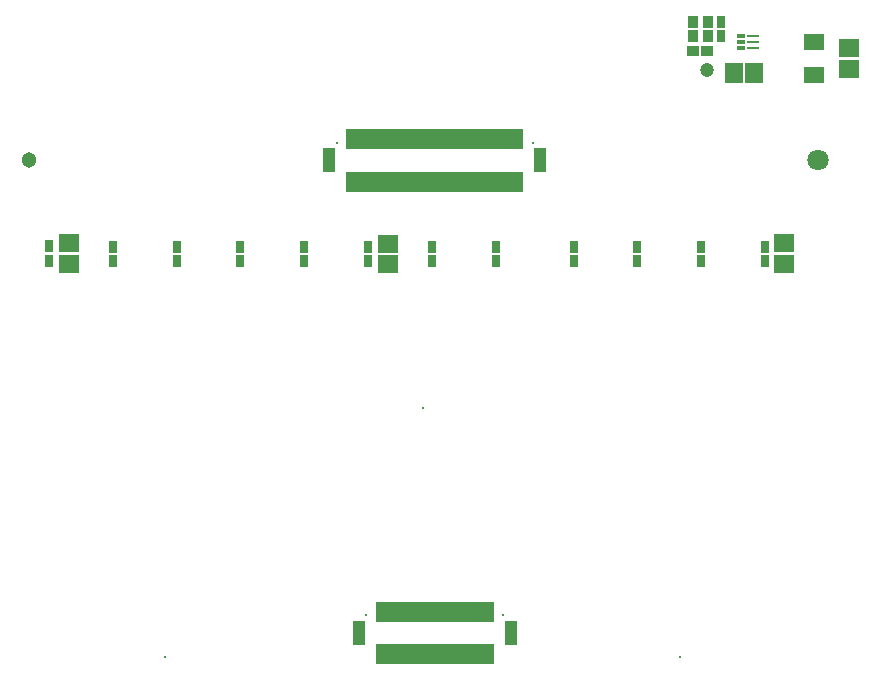
<source format=gbs>
%FSTAX23Y23*%
%MOIN*%
%SFA1B1*%

%IPPOS*%
%ADD21R,0.035560X0.039500*%
%ADD23R,0.031620X0.039500*%
%ADD27C,0.008000*%
%ADD28C,0.051310*%
%ADD29C,0.070990*%
%ADD53R,0.019810X0.070990*%
%ADD54R,0.067060X0.059180*%
%ADD55R,0.059180X0.067060*%
%ADD56R,0.027620X0.013840*%
%ADD57R,0.039310X0.007810*%
%ADD58C,0.047370*%
%ADD59R,0.039500X0.035560*%
%ADD60R,0.067060X0.055240*%
%ADD61R,0.039500X0.078870*%
%LNmod_duo_x_cb-1*%
%LPD*%
G54D21*
X02395Y02627D03*
Y0258D03*
X02445D03*
Y02627D03*
G54D23*
X02635Y01876D03*
Y01829D03*
X02423Y01876D03*
Y01829D03*
X0221Y01876D03*
Y01829D03*
X01998Y01876D03*
Y01829D03*
X01738Y01876D03*
Y01829D03*
X01525Y01876D03*
Y01829D03*
X01312Y01876D03*
Y01829D03*
X011Y01876D03*
Y01829D03*
X00887Y01876D03*
Y01829D03*
X00675Y01876D03*
Y01829D03*
X00462Y01877D03*
Y0183D03*
X0249Y02626D03*
Y02579D03*
X00249Y01831D03*
Y01878D03*
G54D27*
X00637Y00511D03*
X02353D03*
X01496Y01338D03*
X01763Y00649D03*
X01306D03*
X01208Y02224D03*
X01861D03*
G54D28*
X00181Y02165D03*
G54D29*
X02811Y02165D03*
G54D53*
X01485Y02236D03*
X01505D03*
X01643D03*
X01663D03*
X01722Y00661D03*
X01702D03*
X01682D03*
X01663D03*
X01643D03*
X01623D03*
X01604D03*
X01584D03*
X01564D03*
X01545D03*
X01525D03*
X01505D03*
X01485D03*
X01466D03*
X01446D03*
X01426D03*
X01407D03*
X01387D03*
X01367D03*
X01722Y00519D03*
X01702D03*
X01682D03*
X01663D03*
X01643D03*
X01623D03*
X01604D03*
X01584D03*
X01564D03*
X01545D03*
X01525D03*
X01505D03*
X01485D03*
X01466D03*
X01446D03*
X01426D03*
X01407D03*
X01387D03*
X01367D03*
X01348D03*
Y00661D03*
X01249Y02236D03*
Y02094D03*
X01269D03*
X01289D03*
X01308D03*
X01328D03*
X01348D03*
X01367D03*
X01387D03*
X01407D03*
X01426D03*
X01446D03*
X01466D03*
X01485D03*
X01505D03*
X01525D03*
X01544D03*
X01564D03*
X01584D03*
X01604D03*
X01623D03*
X01643D03*
X01663D03*
X01682D03*
X01702D03*
X01722D03*
X01741D03*
X01761D03*
X01781D03*
X018D03*
X0182D03*
X01269Y02236D03*
X01289D03*
X01308D03*
X01328D03*
X01348D03*
X01367D03*
X01387D03*
X01407D03*
X01426D03*
X01446D03*
X01466D03*
X01525D03*
X01544D03*
X01564D03*
X01584D03*
X01604D03*
X01623D03*
X01682D03*
X01702D03*
X01722D03*
X01741D03*
X01761D03*
X01781D03*
X018D03*
X0182D03*
G54D54*
X027Y01888D03*
Y01821D03*
X01378Y01886D03*
Y01819D03*
X02915Y02471D03*
Y02538D03*
X00315Y01821D03*
Y01888D03*
G54D55*
X02598Y02455D03*
X02531D03*
G54D56*
X02554Y0254D03*
Y0256D03*
Y02579D03*
G54D57*
X02597Y02579D03*
Y0256D03*
Y0254D03*
G54D58*
X02443Y02465D03*
G54D59*
X02396Y0253D03*
X02443D03*
G54D60*
X028Y02558D03*
Y02451D03*
G54D61*
X01281Y0059D03*
X01789D03*
X01887Y02165D03*
X01182D03*
M02*
</source>
